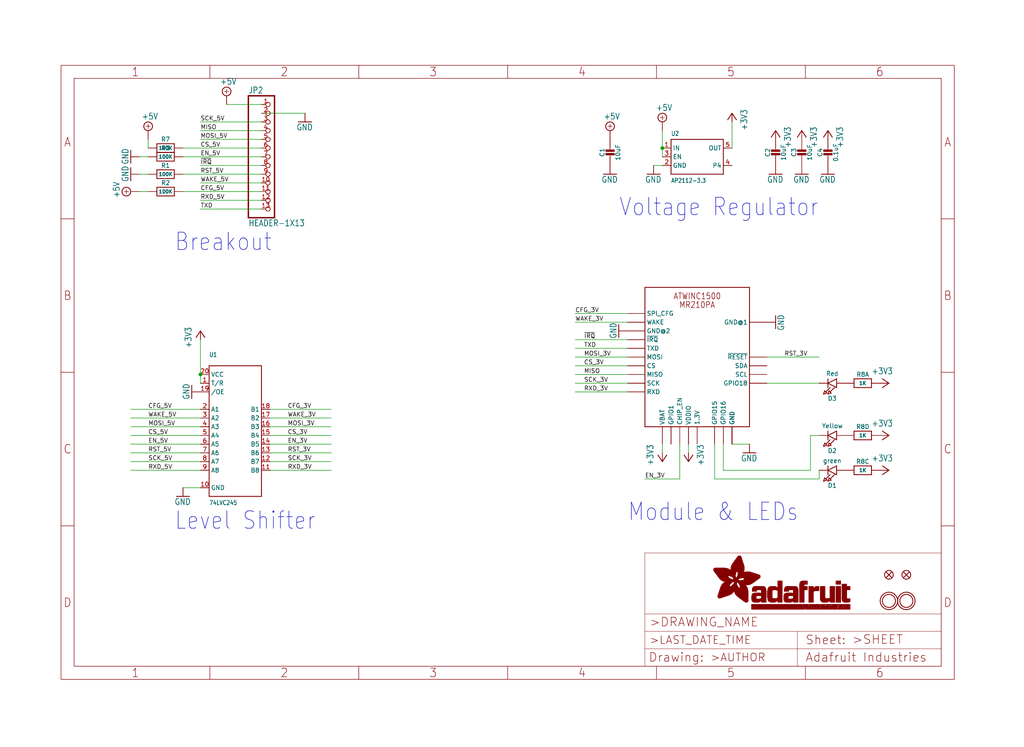
<source format=kicad_sch>
(kicad_sch (version 20211123) (generator eeschema)
  (paper "User" 298.45 217.881)
  (lib_symbols
    (symbol "schematicEagle-eagle-import:+3V3" (power)
      (property "Value" "+3V3" (at -2.54 -5.08 90))
      (symbol "+3V3_1_0"
        (pin power_in line (at 0 -2.54 90) (length 2.54) (name "+3V3") (number "1"))
      )
    )
    (symbol "schematicEagle-eagle-import:+5V" (power)
      (property "Value" "+5V" (at -1.905 3.175 0))
      (symbol "+5V_1_0"
        (pin power_in line (at 0 -2.54 90) (length 2.54) (name "+5V") (number "1"))
      )
    )
    (symbol "schematicEagle-eagle-import:74LCX245"
      (property "Reference" "U" (at -7.62 22.86 0))
      (property "Value" "74LCX245" (at -7.62 -20.32 0))
      (symbol "74LCX245_1_0"
        (pin bidirectional line (at -10.16 15.24 0) (length 2.54) (name "T/R") (number "1"))
        (pin bidirectional line (at -10.16 -15.24 0) (length 2.54) (name "GND") (number "10"))
        (pin bidirectional line (at 10.16 -10.16 180) (length 2.54) (name "B8") (number "11"))
        (pin bidirectional line (at 10.16 -7.62 180) (length 2.54) (name "B7") (number "12"))
        (pin bidirectional line (at 10.16 -5.08 180) (length 2.54) (name "B6") (number "13"))
        (pin bidirectional line (at 10.16 -2.54 180) (length 2.54) (name "B5") (number "14"))
        (pin bidirectional line (at 10.16 0 180) (length 2.54) (name "B4") (number "15"))
        (pin bidirectional line (at 10.16 2.54 180) (length 2.54) (name "B3") (number "16"))
        (pin bidirectional line (at 10.16 5.08 180) (length 2.54) (name "B2") (number "17"))
        (pin bidirectional line (at 10.16 7.62 180) (length 2.54) (name "B1") (number "18"))
        (pin bidirectional line (at -10.16 12.7 0) (length 2.54) (name "/OE") (number "19"))
        (pin bidirectional line (at -10.16 7.62 0) (length 2.54) (name "A1") (number "2"))
        (pin bidirectional line (at -10.16 17.78 0) (length 2.54) (name "VCC") (number "20"))
        (pin bidirectional line (at -10.16 5.08 0) (length 2.54) (name "A2") (number "3"))
        (pin bidirectional line (at -10.16 2.54 0) (length 2.54) (name "A3") (number "4"))
        (pin bidirectional line (at -10.16 0 0) (length 2.54) (name "A4") (number "5"))
        (pin bidirectional line (at -10.16 -2.54 0) (length 2.54) (name "A5") (number "6"))
        (pin bidirectional line (at -10.16 -5.08 0) (length 2.54) (name "A6") (number "7"))
        (pin bidirectional line (at -10.16 -7.62 0) (length 2.54) (name "A7") (number "8"))
        (pin bidirectional line (at -10.16 -10.16 0) (length 2.54) (name "A8") (number "9"))
      )
    )
    (symbol "schematicEagle-eagle-import:ATWINC1500_MR210PA"
      (symbol "ATWINC1500_MR210PA_1_0"
        (text "ATWINC1500" (at 0 17.78 0) (effects (font (size 1.778 1.5113))))
        (text "MR210PA" (at 0 15.24 0) (effects (font (size 1.778 1.5113))))
        (pin bidirectional line (at 20.32 -7.62 180) (length 5.08) (name "GPIO18") (number "J1"))
        (pin input line (at -20.32 12.7 0) (length 5.08) (name "SPI_CFG") (number "J10"))
        (pin input line (at -20.32 10.16 0) (length 5.08) (name "WAKE") (number "J11"))
        (pin power_in line (at -20.32 7.62 0) (length 5.08) (name "GND@2") (number "J12"))
        (pin output line (at -20.32 5.08 0) (length 5.08) (name "~{IRQ}") (number "J13"))
        (pin output line (at -20.32 2.54 0) (length 5.08) (name "TXD") (number "J14"))
        (pin input line (at -20.32 0 0) (length 5.08) (name "MOSI") (number "J15"))
        (pin input line (at -20.32 -2.54 0) (length 5.08) (name "CS") (number "J16"))
        (pin output line (at -20.32 -5.08 0) (length 5.08) (name "MISO") (number "J17"))
        (pin input line (at -20.32 -7.62 0) (length 5.08) (name "SCK") (number "J18"))
        (pin input line (at -20.32 -10.16 0) (length 5.08) (name "RXD") (number "J19"))
        (pin bidirectional line (at 20.32 -5.08 180) (length 5.08) (name "SCL") (number "J2"))
        (pin power_in line (at -10.16 -25.4 90) (length 5.08) (name "VBAT") (number "J20"))
        (pin bidirectional line (at -7.62 -25.4 90) (length 5.08) (name "GPIO1") (number "J21"))
        (pin input line (at -5.08 -25.4 90) (length 5.08) (name "CHIP_EN") (number "J22"))
        (pin power_in line (at -2.54 -25.4 90) (length 5.08) (name "VDDIO") (number "J23"))
        (pin passive line (at 0 -25.4 90) (length 5.08) (name "1.3V") (number "J24"))
        (pin bidirectional line (at 5.08 -25.4 90) (length 5.08) (name "GPIO15") (number "J26"))
        (pin bidirectional line (at 7.62 -25.4 90) (length 5.08) (name "GPIO16") (number "J27"))
        (pin power_in line (at 10.16 -25.4 90) (length 5.08) (name "GND") (number "J28"))
        (pin bidirectional line (at 20.32 -2.54 180) (length 5.08) (name "SDA") (number "J3"))
        (pin input line (at 20.32 0 180) (length 5.08) (name "~{RESET}") (number "J4"))
        (pin bidirectional line (at 20.32 10.16 180) (length 5.08) (name "GND@1") (number "J9"))
        (pin power_in line (at 10.16 -25.4 90) (length 5.08) (name "GND") (number "MTGND"))
      )
    )
    (symbol "schematicEagle-eagle-import:CAP_CERAMIC0805-NOOUTLINE"
      (property "Reference" "C" (at -2.29 1.25 90))
      (property "Value" "CAP_CERAMIC0805-NOOUTLINE" (at 2.3 1.25 90))
      (symbol "CAP_CERAMIC0805-NOOUTLINE_1_0"
        (pin passive line (at 0 5.08 270) (length 2.54) (name "1") (number "1"))
        (pin passive line (at 0 -2.54 90) (length 2.54) (name "2") (number "2"))
      )
    )
    (symbol "schematicEagle-eagle-import:CAP_CERAMIC0805_10MGAP"
      (property "Reference" "C" (at -2.29 1.25 90))
      (property "Value" "CAP_CERAMIC0805_10MGAP" (at 2.3 1.25 90))
      (symbol "CAP_CERAMIC0805_10MGAP_1_0"
        (pin passive line (at 0 5.08 270) (length 2.54) (name "1") (number "1"))
        (pin passive line (at 0 -2.54 90) (length 2.54) (name "2") (number "2"))
      )
    )
    (symbol "schematicEagle-eagle-import:FIDUCIAL{dblquote}{dblquote}")
    (symbol "schematicEagle-eagle-import:FRAME_A4_ADAFRUIT"
      (symbol "FRAME_A4_ADAFRUIT_0_0"
        (text "1" (at 21.6958 1.905 0) (effects (font (size 2.54 2.286))))
        (text "1" (at 21.6958 177.165 0) (effects (font (size 2.54 2.286))))
        (text "2" (at 65.0875 1.905 0) (effects (font (size 2.54 2.286))))
        (text "2" (at 65.0875 177.165 0) (effects (font (size 2.54 2.286))))
        (text "3" (at 108.4792 1.905 0) (effects (font (size 2.54 2.286))))
        (text "3" (at 108.4792 177.165 0) (effects (font (size 2.54 2.286))))
        (text "4" (at 151.8708 1.905 0) (effects (font (size 2.54 2.286))))
        (text "4" (at 151.8708 177.165 0) (effects (font (size 2.54 2.286))))
        (text "5" (at 195.2625 1.905 0) (effects (font (size 2.54 2.286))))
        (text "5" (at 195.2625 177.165 0) (effects (font (size 2.54 2.286))))
        (text "6" (at 238.6542 1.905 0) (effects (font (size 2.54 2.286))))
        (text "6" (at 238.6542 177.165 0) (effects (font (size 2.54 2.286))))
        (text "A" (at 1.905 156.6863 0) (effects (font (size 2.54 2.286))))
        (text "A" (at 258.445 156.6863 0) (effects (font (size 2.54 2.286))))
        (text "B" (at 1.905 111.9188 0) (effects (font (size 2.54 2.286))))
        (text "B" (at 258.445 111.9188 0) (effects (font (size 2.54 2.286))))
        (text "C" (at 1.905 67.1513 0) (effects (font (size 2.54 2.286))))
        (text "C" (at 258.445 67.1513 0) (effects (font (size 2.54 2.286))))
        (text "D" (at 1.905 22.3838 0) (effects (font (size 2.54 2.286))))
        (text "D" (at 258.445 22.3838 0) (effects (font (size 2.54 2.286))))
      )
      (symbol "FRAME_A4_ADAFRUIT_1_0"
        (text ">AUTHOR" (at 189.23 5.08 0) (effects (font (size 2.286 2.286)) (justify left bottom)))
        (text ">DRAWING_NAME" (at 171.45 15.24 0) (effects (font (size 2.54 2.54)) (justify left bottom)))
        (text ">LAST_DATE_TIME" (at 171.45 10.16 0) (effects (font (size 2.286 2.286)) (justify left bottom)))
        (text ">SHEET" (at 230.505 10.16 0) (effects (font (size 2.54 2.54)) (justify left bottom)))
        (text "Adafruit Industries" (at 216.916 4.953 0) (effects (font (size 2.54 2.54)) (justify left bottom)))
        (text "Drawing:" (at 171.196 4.953 0) (effects (font (size 2.54 2.54)) (justify left bottom)))
        (text "Sheet:" (at 216.916 10.033 0) (effects (font (size 2.54 2.54)) (justify left bottom)))
      )
    )
    (symbol "schematicEagle-eagle-import:GND" (power)
      (property "Value" "GND" (at -2.54 -2.54 0))
      (symbol "GND_1_0"
        (pin power_in line (at 0 2.54 270) (length 2.54) (name "GND") (number "1"))
      )
    )
    (symbol "schematicEagle-eagle-import:HEADER-1X13"
      (property "Reference" "JP" (at -6.35 18.415 0))
      (property "Value" "HEADER-1X13" (at -6.35 -20.32 0))
      (symbol "HEADER-1X13_1_0"
        (pin passive inverted (at -2.54 15.24 0) (length 2.54) (name "1") (number "1"))
        (pin passive inverted (at -2.54 -7.62 0) (length 2.54) (name "10") (number "10"))
        (pin passive inverted (at -2.54 -10.16 0) (length 2.54) (name "11") (number "11"))
        (pin passive inverted (at -2.54 -12.7 0) (length 2.54) (name "12") (number "12"))
        (pin passive inverted (at -2.54 -15.24 0) (length 2.54) (name "13") (number "13"))
        (pin passive inverted (at -2.54 12.7 0) (length 2.54) (name "2") (number "2"))
        (pin passive inverted (at -2.54 10.16 0) (length 2.54) (name "3") (number "3"))
        (pin passive inverted (at -2.54 7.62 0) (length 2.54) (name "4") (number "4"))
        (pin passive inverted (at -2.54 5.08 0) (length 2.54) (name "5") (number "5"))
        (pin passive inverted (at -2.54 2.54 0) (length 2.54) (name "6") (number "6"))
        (pin passive inverted (at -2.54 0 0) (length 2.54) (name "7") (number "7"))
        (pin passive inverted (at -2.54 -2.54 0) (length 2.54) (name "8") (number "8"))
        (pin passive inverted (at -2.54 -5.08 0) (length 2.54) (name "9") (number "9"))
      )
    )
    (symbol "schematicEagle-eagle-import:LED0805_NOOUTLINE"
      (property "Reference" "D" (at -1.27 4.445 0))
      (property "Value" "LED0805_NOOUTLINE" (at -1.27 -2.794 0))
      (symbol "LED0805_NOOUTLINE_1_0"
        (pin passive line (at -5.08 0 0) (length 2.54) (name "A") (number "A"))
        (pin passive line (at 2.54 0 180) (length 2.54) (name "C") (number "C"))
      )
    )
    (symbol "schematicEagle-eagle-import:MOUNTINGHOLE2.5")
    (symbol "schematicEagle-eagle-import:RESISTOR0805_NOOUTLINE"
      (property "Reference" "R" (at 0 2.54 0))
      (property "Value" "RESISTOR0805_NOOUTLINE" (at 0 0 0))
      (symbol "RESISTOR0805_NOOUTLINE_1_0"
        (pin passive line (at -5.08 0 0) (length 2.54) (name "1") (number "1"))
        (pin passive line (at 5.08 0 180) (length 2.54) (name "2") (number "2"))
      )
    )
    (symbol "schematicEagle-eagle-import:RESISTOR_0805MP"
      (property "Reference" "R" (at 0 2.54 0))
      (property "Value" "RESISTOR_0805MP" (at 0 0 0))
      (symbol "RESISTOR_0805MP_1_0"
        (pin passive line (at -5.08 0 0) (length 2.54) (name "1") (number "1"))
        (pin passive line (at 5.08 0 180) (length 2.54) (name "2") (number "2"))
      )
    )
    (symbol "schematicEagle-eagle-import:RESISTOR_4PACK"
      (property "Reference" "R" (at 0 2.54 0))
      (property "Value" "RESISTOR_4PACK" (at 0 0 0))
      (symbol "RESISTOR_4PACK_1_0"
        (pin passive line (at -5.08 0 0) (length 2.54) (name "1") (number "1"))
        (pin passive line (at 5.08 0 180) (length 2.54) (name "2") (number "8"))
      )
      (symbol "RESISTOR_4PACK_2_0"
        (pin passive line (at -5.08 0 0) (length 2.54) (name "1") (number "2"))
        (pin passive line (at 5.08 0 180) (length 2.54) (name "2") (number "7"))
      )
      (symbol "RESISTOR_4PACK_3_0"
        (pin passive line (at -5.08 0 0) (length 2.54) (name "1") (number "3"))
        (pin passive line (at 5.08 0 180) (length 2.54) (name "2") (number "6"))
      )
      (symbol "RESISTOR_4PACK_4_0"
        (pin passive line (at -5.08 0 0) (length 2.54) (name "1") (number "4"))
        (pin passive line (at 5.08 0 180) (length 2.54) (name "2") (number "5"))
      )
    )
    (symbol "schematicEagle-eagle-import:VREG_SOT23-5"
      (property "Reference" "U" (at -7.62 6.096 0))
      (property "Value" "VREG_SOT23-5" (at -7.62 -7.62 0))
      (symbol "VREG_SOT23-5_1_0"
        (pin power_in line (at -10.16 2.54 0) (length 2.54) (name "IN") (number "1"))
        (pin power_in line (at -10.16 -2.54 0) (length 2.54) (name "GND") (number "2"))
        (pin input line (at -10.16 0 0) (length 2.54) (name "EN") (number "3"))
        (pin bidirectional line (at 10.16 -2.54 180) (length 2.54) (name "P4") (number "4"))
        (pin power_in line (at 10.16 2.54 180) (length 2.54) (name "OUT") (number "5"))
      )
    )
  )
  (junction (at 193.04 43.18))
  (junction (at 58.42 109.22))
  (wire (pts (xy 76.2 45.72) (xy 53.34 45.72)))
  (wire (pts (xy 78.74 134.62) (xy 96.52 134.62)))
  (wire (pts (xy 40.64 45.72) (xy 43.18 45.72)))
  (wire (pts (xy 96.52 129.54) (xy 78.74 129.54)))
  (wire (pts (xy 78.74 124.46) (xy 96.52 124.46)))
  (wire (pts (xy 58.42 111.76) (xy 58.42 109.22)))
  (wire (pts (xy 208.28 129.54) (xy 208.28 139.7)))
  (wire (pts (xy 96.52 121.92) (xy 78.74 121.92)))
  (wire (pts (xy 182.88 91.44) (xy 167.64 91.44)))
  (wire (pts (xy 167.64 99.06) (xy 182.88 99.06)))
  (wire (pts (xy 38.1 132.08) (xy 58.42 132.08)))
  (wire (pts (xy 167.64 111.76) (xy 182.88 111.76)))
  (wire (pts (xy 167.64 104.14) (xy 182.88 104.14)))
  (wire (pts (xy 58.42 124.46) (xy 38.1 124.46)))
  (wire (pts (xy 200.66 129.54) (xy 200.66 132.08)))
  (wire (pts (xy 208.28 139.7) (xy 238.76 139.7)))
  (wire (pts (xy 58.42 119.38) (xy 38.1 119.38)))
  (wire (pts (xy 78.74 119.38) (xy 96.52 119.38)))
  (wire (pts (xy 193.04 38.1) (xy 193.04 43.18)))
  (wire (pts (xy 78.74 137.16) (xy 96.52 137.16)))
  (wire (pts (xy 213.36 129.54) (xy 218.44 129.54)))
  (wire (pts (xy 210.82 129.54) (xy 210.82 137.16)))
  (wire (pts (xy 53.34 43.18) (xy 76.2 43.18)))
  (wire (pts (xy 182.88 106.68) (xy 167.64 106.68)))
  (wire (pts (xy 88.9 33.02) (xy 76.2 33.02)))
  (wire (pts (xy 96.52 127) (xy 78.74 127)))
  (wire (pts (xy 76.2 50.8) (xy 53.34 50.8)))
  (wire (pts (xy 76.2 35.56) (xy 58.42 35.56)))
  (wire (pts (xy 38.1 121.92) (xy 58.42 121.92)))
  (wire (pts (xy 210.82 137.16) (xy 236.22 137.16)))
  (wire (pts (xy 96.52 132.08) (xy 78.74 132.08)))
  (wire (pts (xy 213.36 43.18) (xy 213.36 35.56)))
  (wire (pts (xy 38.1 127) (xy 58.42 127)))
  (wire (pts (xy 198.12 129.54) (xy 198.12 139.7)))
  (wire (pts (xy 58.42 129.54) (xy 38.1 129.54)))
  (wire (pts (xy 167.64 93.98) (xy 182.88 93.98)))
  (wire (pts (xy 58.42 48.26) (xy 76.2 48.26)))
  (wire (pts (xy 236.22 127) (xy 238.76 127)))
  (wire (pts (xy 43.18 55.88) (xy 40.64 55.88)))
  (wire (pts (xy 193.04 43.18) (xy 193.04 45.72)))
  (wire (pts (xy 53.34 142.24) (xy 58.42 142.24)))
  (wire (pts (xy 43.18 40.64) (xy 43.18 43.18)))
  (wire (pts (xy 238.76 104.14) (xy 223.52 104.14)))
  (wire (pts (xy 38.1 137.16) (xy 58.42 137.16)))
  (wire (pts (xy 182.88 114.3) (xy 167.64 114.3)))
  (wire (pts (xy 236.22 137.16) (xy 236.22 127)))
  (wire (pts (xy 182.88 101.6) (xy 167.64 101.6)))
  (wire (pts (xy 43.18 50.8) (xy 40.64 50.8)))
  (wire (pts (xy 193.04 132.08) (xy 193.04 129.54)))
  (wire (pts (xy 223.52 111.76) (xy 238.76 111.76)))
  (wire (pts (xy 182.88 109.22) (xy 167.64 109.22)))
  (wire (pts (xy 190.5 48.26) (xy 193.04 48.26)))
  (wire (pts (xy 66.04 30.48) (xy 76.2 30.48)))
  (wire (pts (xy 76.2 40.64) (xy 58.42 40.64)))
  (wire (pts (xy 58.42 134.62) (xy 38.1 134.62)))
  (wire (pts (xy 76.2 60.96) (xy 58.42 60.96)))
  (wire (pts (xy 58.42 38.1) (xy 76.2 38.1)))
  (wire (pts (xy 58.42 53.34) (xy 76.2 53.34)))
  (wire (pts (xy 198.12 139.7) (xy 187.96 139.7)))
  (wire (pts (xy 76.2 55.88) (xy 53.34 55.88)))
  (wire (pts (xy 58.42 58.42) (xy 76.2 58.42)))
  (wire (pts (xy 238.76 139.7) (xy 238.76 137.16)))
  (wire (pts (xy 58.42 99.06) (xy 58.42 109.22)))
  (text "Level Shifter" (at 50.8 154.94 180) (effects (font (size 5.08 4.318)) (justify left bottom)))
  (text "Module & LEDs" (at 182.88 152.4 180) (effects (font (size 5.08 4.318)) (justify left bottom)))
  (text "Voltage Regulator" (at 180.34 63.5 180) (effects (font (size 5.08 4.318)) (justify left bottom)))
  (text "Breakout" (at 50.8 73.66 180) (effects (font (size 5.08 4.318)) (justify left bottom)))
  (label "SCK_3V" (at 83.82 134.62 0) (effects (font (size 1.2446 1.2446))))
  (label "MOSI_5V" (at 43.18 124.46 0) (effects (font (size 1.2446 1.2446))))
  (label "WAKE_5V" (at 58.42 53.34 0) (effects (font (size 1.2446 1.2446))))
  (label "CS_5V" (at 43.18 127 0) (effects (font (size 1.2446 1.2446))))
  (label "CFG_5V" (at 58.42 55.88 0) (effects (font (size 1.2446 1.2446))))
  (label "SCK_5V" (at 58.42 35.56 0) (effects (font (size 1.2446 1.2446))))
  (label "EN_3V" (at 187.96 139.7 0) (effects (font (size 1.2446 1.2446))))
  (label "CFG_3V" (at 83.82 119.38 0) (effects (font (size 1.2446 1.2446))))
  (label "WAKE_3V" (at 167.64 93.98 0) (effects (font (size 1.2446 1.2446))))
  (label "TXD" (at 170.18 101.6 0) (effects (font (size 1.2446 1.2446))))
  (label "RST_5V" (at 58.42 50.8 0) (effects (font (size 1.2446 1.2446))))
  (label "~{IRQ}" (at 170.18 99.06 0) (effects (font (size 1.2446 1.2446))))
  (label "MISO" (at 170.18 109.22 0) (effects (font (size 1.2446 1.2446))))
  (label "MISO" (at 58.42 38.1 0) (effects (font (size 1.2446 1.2446))))
  (label "MOSI_3V" (at 170.18 104.14 0) (effects (font (size 1.2446 1.2446))))
  (label "SCK_3V" (at 170.18 111.76 0) (effects (font (size 1.2446 1.2446))))
  (label "WAKE_3V" (at 83.82 121.92 0) (effects (font (size 1.2446 1.2446))))
  (label "WAKE_5V" (at 43.18 121.92 0) (effects (font (size 1.2446 1.2446))))
  (label "RXD_5V" (at 58.42 58.42 0) (effects (font (size 1.2446 1.2446))))
  (label "TXD" (at 58.42 60.96 0) (effects (font (size 1.2446 1.2446))))
  (label "EN_5V" (at 43.18 129.54 0) (effects (font (size 1.2446 1.2446))))
  (label "RST_5V" (at 43.18 132.08 0) (effects (font (size 1.2446 1.2446))))
  (label "~{IRQ}" (at 58.42 48.26 0) (effects (font (size 1.2446 1.2446))))
  (label "CFG_3V" (at 167.64 91.44 0) (effects (font (size 1.2446 1.2446))))
  (label "RXD_3V" (at 83.82 137.16 0) (effects (font (size 1.2446 1.2446))))
  (label "RXD_3V" (at 170.18 114.3 0) (effects (font (size 1.2446 1.2446))))
  (label "CS_3V" (at 170.18 106.68 0) (effects (font (size 1.2446 1.2446))))
  (label "MOSI_5V" (at 58.42 40.64 0) (effects (font (size 1.2446 1.2446))))
  (label "MOSI_3V" (at 83.82 124.46 0) (effects (font (size 1.2446 1.2446))))
  (label "EN_3V" (at 83.82 129.54 0) (effects (font (size 1.2446 1.2446))))
  (label "RXD_5V" (at 43.18 137.16 0) (effects (font (size 1.2446 1.2446))))
  (label "RST_3V" (at 228.6 104.14 0) (effects (font (size 1.2446 1.2446))))
  (label "RST_3V" (at 83.82 132.08 0) (effects (font (size 1.2446 1.2446))))
  (label "CFG_5V" (at 43.18 119.38 0) (effects (font (size 1.2446 1.2446))))
  (label "SCK_5V" (at 43.18 134.62 0) (effects (font (size 1.2446 1.2446))))
  (label "CS_5V" (at 58.42 43.18 0) (effects (font (size 1.2446 1.2446))))
  (label "EN_5V" (at 58.42 45.72 0) (effects (font (size 1.2446 1.2446))))
  (label "CS_3V" (at 83.82 127 0) (effects (font (size 1.2446 1.2446))))
  (symbol (lib_id "schematicEagle-eagle-import:GND") (at 226.06 50.8 0) (unit 1)
    (property "Reference" "#GND7" (effects hide))
    (property "Value" "GND" (at 223.52 53.34 0) (effects (font (size 1.778 1.5113)) (justify left bottom)))
    (property "Footprint" "schematicEagle:" (effects hide))
  )
  (symbol (lib_id "schematicEagle-eagle-import:+3V3") (at 193.04 134.62 0) (mirror x) (unit 1)
    (property "Reference" "#+3V1" (effects hide))
    (property "Value" "+3V3" (at 190.5 129.54 90) (effects (font (size 1.778 1.5113)) (justify left bottom)))
    (property "Footprint" "schematicEagle:" (effects hide))
  )
  (symbol (lib_id "schematicEagle-eagle-import:MOUNTINGHOLE2.5") (at 264.16 175.26 0) (unit 1)
    (property "Reference" "U$3" (effects hide))
    (property "Value" "MOUNTINGHOLE2.5" (effects hide))
    (property "Footprint" "schematicEagle:MOUNTINGHOLE_2.5_PLATED" (effects hide))
  )
  (symbol (lib_id "schematicEagle-eagle-import:+3V3") (at 259.08 111.76 270) (unit 1)
    (property "Reference" "#+3V8" (effects hide))
    (property "Value" "+3V3" (at 254 109.22 90) (effects (font (size 1.778 1.5113)) (justify left bottom)))
    (property "Footprint" "schematicEagle:" (effects hide))
  )
  (symbol (lib_id "schematicEagle-eagle-import:+3V3") (at 241.3 38.1 0) (mirror y) (unit 1)
    (property "Reference" "#+3V7" (effects hide))
    (property "Value" "+3V3" (at 243.84 43.18 90) (effects (font (size 1.778 1.5113)) (justify left bottom)))
    (property "Footprint" "schematicEagle:" (effects hide))
  )
  (symbol (lib_id "schematicEagle-eagle-import:FIDUCIAL{dblquote}{dblquote}") (at 264.16 167.64 0) (unit 1)
    (property "Reference" "FID2" (effects hide))
    (property "Value" "FIDUCIAL{dblquote}{dblquote}" (effects hide))
    (property "Footprint" "schematicEagle:FIDUCIAL_1MM" (effects hide))
  )
  (symbol (lib_id "schematicEagle-eagle-import:+3V3") (at 226.06 38.1 0) (mirror y) (unit 1)
    (property "Reference" "#+3V5" (effects hide))
    (property "Value" "+3V3" (at 228.6 43.18 90) (effects (font (size 1.778 1.5113)) (justify left bottom)))
    (property "Footprint" "schematicEagle:" (effects hide))
  )
  (symbol (lib_id "schematicEagle-eagle-import:GND") (at 180.34 96.52 270) (unit 1)
    (property "Reference" "#GND2" (effects hide))
    (property "Value" "GND" (at 177.8 93.98 0) (effects (font (size 1.778 1.5113)) (justify left bottom)))
    (property "Footprint" "schematicEagle:" (effects hide))
  )
  (symbol (lib_id "schematicEagle-eagle-import:+5V") (at 38.1 55.88 90) (unit 1)
    (property "Reference" "#SUPPLY4" (effects hide))
    (property "Value" "+5V" (at 34.925 57.785 0) (effects (font (size 1.778 1.5113)) (justify left bottom)))
    (property "Footprint" "schematicEagle:" (effects hide))
  )
  (symbol (lib_id "schematicEagle-eagle-import:+5V") (at 193.04 35.56 0) (unit 1)
    (property "Reference" "#SUPPLY1" (effects hide))
    (property "Value" "+5V" (at 191.135 32.385 0) (effects (font (size 1.778 1.5113)) (justify left bottom)))
    (property "Footprint" "schematicEagle:" (effects hide))
  )
  (symbol (lib_id "schematicEagle-eagle-import:GND") (at 241.3 50.8 0) (unit 1)
    (property "Reference" "#GND9" (effects hide))
    (property "Value" "GND" (at 238.76 53.34 0) (effects (font (size 1.778 1.5113)) (justify left bottom)))
    (property "Footprint" "schematicEagle:" (effects hide))
  )
  (symbol (lib_id "schematicEagle-eagle-import:+5V") (at 177.8 38.1 0) (unit 1)
    (property "Reference" "#SUPPLY2" (effects hide))
    (property "Value" "+5V" (at 175.895 34.925 0) (effects (font (size 1.778 1.5113)) (justify left bottom)))
    (property "Footprint" "schematicEagle:" (effects hide))
  )
  (symbol (lib_id "schematicEagle-eagle-import:74LCX245") (at 68.58 127 0) (unit 1)
    (property "Reference" "U1" (at 60.96 104.14 0) (effects (font (size 1.27 1.0795)) (justify left bottom)))
    (property "Value" "74LVC245" (at 60.96 147.32 0) (effects (font (size 1.27 1.0795)) (justify left bottom)))
    (property "Footprint" "schematicEagle:TSSOP20" (effects hide))
  )
  (symbol (lib_id "schematicEagle-eagle-import:HEADER-1X13") (at 78.74 45.72 0) (unit 1)
    (property "Reference" "JP2" (at 72.39 27.305 0) (effects (font (size 1.778 1.5113)) (justify left bottom)))
    (property "Value" "HEADER-1X13" (at 72.39 66.04 0) (effects (font (size 1.778 1.5113)) (justify left bottom)))
    (property "Footprint" "schematicEagle:1X13_ROUND_70" (effects hide))
  )
  (symbol (lib_id "schematicEagle-eagle-import:GND") (at 38.1 50.8 270) (unit 1)
    (property "Reference" "#GND11" (effects hide))
    (property "Value" "GND" (at 35.56 48.26 0) (effects (font (size 1.778 1.5113)) (justify left bottom)))
    (property "Footprint" "schematicEagle:" (effects hide))
  )
  (symbol (lib_id "schematicEagle-eagle-import:ATWINC1500_MR210PA") (at 203.2 104.14 0) (unit 1)
    (property "Reference" "U$1" (effects hide))
    (property "Value" "ATWINC1500_MR210PB" (effects hide))
    (property "Footprint" "schematicEagle:ATWINC1500_MR210PA" (effects hide))
  )
  (symbol (lib_id "schematicEagle-eagle-import:MOUNTINGHOLE2.5") (at 259.08 175.26 0) (unit 1)
    (property "Reference" "U$2" (effects hide))
    (property "Value" "MOUNTINGHOLE2.5" (effects hide))
    (property "Footprint" "schematicEagle:MOUNTINGHOLE_2.5_PLATED" (effects hide))
  )
  (symbol (lib_id "schematicEagle-eagle-import:LED0805_NOOUTLINE") (at 241.3 111.76 180) (unit 1)
    (property "Reference" "D3" (at 242.57 116.205 0))
    (property "Value" "Red" (at 242.57 108.966 0))
    (property "Footprint" "schematicEagle:CHIPLED_0805_NOOUTLINE" (effects hide))
  )
  (symbol (lib_id "schematicEagle-eagle-import:GND") (at 233.68 50.8 0) (unit 1)
    (property "Reference" "#GND8" (effects hide))
    (property "Value" "GND" (at 231.14 53.34 0) (effects (font (size 1.778 1.5113)) (justify left bottom)))
    (property "Footprint" "schematicEagle:" (effects hide))
  )
  (symbol (lib_id "schematicEagle-eagle-import:LED0805_NOOUTLINE") (at 241.3 137.16 180) (unit 1)
    (property "Reference" "D1" (at 242.57 141.605 0))
    (property "Value" "green" (at 242.57 134.366 0))
    (property "Footprint" "schematicEagle:CHIPLED_0805_NOOUTLINE" (effects hide))
  )
  (symbol (lib_id "schematicEagle-eagle-import:RESISTOR_4PACK") (at 251.46 111.76 0) (unit 1)
    (property "Reference" "R8" (at 251.46 109.22 0))
    (property "Value" "1K" (at 251.46 111.76 0) (effects (font (size 1.016 1.016) bold)))
    (property "Footprint" "schematicEagle:RESPACK_4X0603" (effects hide))
  )
  (symbol (lib_id "schematicEagle-eagle-import:LED0805_NOOUTLINE") (at 241.3 127 180) (unit 1)
    (property "Reference" "D2" (at 242.57 131.445 0))
    (property "Value" "Yellow" (at 242.57 124.206 0))
    (property "Footprint" "schematicEagle:CHIPLED_0805_NOOUTLINE" (effects hide))
  )
  (symbol (lib_id "schematicEagle-eagle-import:GND") (at 177.8 50.8 0) (unit 1)
    (property "Reference" "#GND6" (effects hide))
    (property "Value" "GND" (at 175.26 53.34 0) (effects (font (size 1.778 1.5113)) (justify left bottom)))
    (property "Footprint" "schematicEagle:" (effects hide))
  )
  (symbol (lib_id "schematicEagle-eagle-import:FIDUCIAL{dblquote}{dblquote}") (at 259.08 167.64 0) (unit 1)
    (property "Reference" "FID1" (effects hide))
    (property "Value" "FIDUCIAL{dblquote}{dblquote}" (effects hide))
    (property "Footprint" "schematicEagle:FIDUCIAL_1MM" (effects hide))
  )
  (symbol (lib_id "schematicEagle-eagle-import:+3V3") (at 213.36 33.02 0) (mirror y) (unit 1)
    (property "Reference" "#+3V3" (effects hide))
    (property "Value" "+3V3" (at 215.9 38.1 90) (effects (font (size 1.778 1.5113)) (justify left bottom)))
    (property "Footprint" "schematicEagle:" (effects hide))
  )
  (symbol (lib_id "schematicEagle-eagle-import:RESISTOR0805_NOOUTLINE") (at 48.26 50.8 0) (unit 1)
    (property "Reference" "R1" (at 48.26 48.26 0))
    (property "Value" "100K" (at 48.26 50.8 0) (effects (font (size 1.016 1.016) bold)))
    (property "Footprint" "schematicEagle:0805-NO" (effects hide))
  )
  (symbol (lib_id "schematicEagle-eagle-import:FRAME_A4_ADAFRUIT") (at 17.78 198.12 0) (unit 1)
    (property "Reference" "#U$7" (effects hide))
    (property "Value" "FRAME_A4_ADAFRUIT" (effects hide))
    (property "Footprint" "schematicEagle:" (effects hide))
  )
  (symbol (lib_id "schematicEagle-eagle-import:+5V") (at 43.18 38.1 0) (unit 1)
    (property "Reference" "#SUPPLY5" (effects hide))
    (property "Value" "+5V" (at 41.275 34.925 0) (effects (font (size 1.778 1.5113)) (justify left bottom)))
    (property "Footprint" "schematicEagle:" (effects hide))
  )
  (symbol (lib_id "schematicEagle-eagle-import:RESISTOR0805_NOOUTLINE") (at 48.26 55.88 0) (unit 1)
    (property "Reference" "R2" (at 48.26 53.34 0))
    (property "Value" "100K" (at 48.26 55.88 0) (effects (font (size 1.016 1.016) bold)))
    (property "Footprint" "schematicEagle:0805-NO" (effects hide))
  )
  (symbol (lib_id "schematicEagle-eagle-import:GND") (at 226.06 93.98 90) (unit 1)
    (property "Reference" "#GND13" (effects hide))
    (property "Value" "GND" (at 228.6 96.52 0) (effects (font (size 1.778 1.5113)) (justify left bottom)))
    (property "Footprint" "schematicEagle:" (effects hide))
  )
  (symbol (lib_id "schematicEagle-eagle-import:RESISTOR_4PACK") (at 251.46 137.16 0) (unit 3)
    (property "Reference" "R8" (at 251.46 134.62 0))
    (property "Value" "1K" (at 251.46 137.16 0) (effects (font (size 1.016 1.016) bold)))
    (property "Footprint" "schematicEagle:RESPACK_4X0603" (effects hide))
  )
  (symbol (lib_id "schematicEagle-eagle-import:VREG_SOT23-5") (at 203.2 45.72 0) (unit 1)
    (property "Reference" "U2" (at 195.58 39.624 0) (effects (font (size 1.27 1.0795)) (justify left bottom)))
    (property "Value" "AP2112-3.3" (at 195.58 53.34 0) (effects (font (size 1.27 1.0795)) (justify left bottom)))
    (property "Footprint" "schematicEagle:SOT23-5" (effects hide))
  )
  (symbol (lib_id "schematicEagle-eagle-import:+3V3") (at 259.08 127 270) (unit 1)
    (property "Reference" "#+3V9" (effects hide))
    (property "Value" "+3V3" (at 254 124.46 90) (effects (font (size 1.778 1.5113)) (justify left bottom)))
    (property "Footprint" "schematicEagle:" (effects hide))
  )
  (symbol (lib_id "schematicEagle-eagle-import:RESISTOR_0805MP") (at 48.26 45.72 0) (unit 1)
    (property "Reference" "R3" (at 48.26 43.18 0))
    (property "Value" "100K" (at 48.26 45.72 0) (effects (font (size 1.016 1.016) bold)))
    (property "Footprint" "schematicEagle:_0805MP" (effects hide))
  )
  (symbol (lib_id "schematicEagle-eagle-import:CAP_CERAMIC0805-NOOUTLINE") (at 241.3 45.72 0) (unit 1)
    (property "Reference" "C4" (at 239.01 44.47 90))
    (property "Value" "0.1uF" (at 243.6 44.47 90))
    (property "Footprint" "schematicEagle:0805-NO" (effects hide))
  )
  (symbol (lib_id "schematicEagle-eagle-import:CAP_CERAMIC0805_10MGAP") (at 226.06 45.72 0) (unit 1)
    (property "Reference" "C2" (at 223.77 44.47 90))
    (property "Value" "10uF" (at 228.36 44.47 90))
    (property "Footprint" "schematicEagle:0805_10MGAP" (effects hide))
  )
  (symbol (lib_id "schematicEagle-eagle-import:+3V3") (at 259.08 137.16 270) (unit 1)
    (property "Reference" "#+3V10" (effects hide))
    (property "Value" "+3V3" (at 254 134.62 90) (effects (font (size 1.778 1.5113)) (justify left bottom)))
    (property "Footprint" "schematicEagle:" (effects hide))
  )
  (symbol (lib_id "schematicEagle-eagle-import:GND") (at 53.34 144.78 0) (unit 1)
    (property "Reference" "#GND4" (effects hide))
    (property "Value" "GND" (at 50.8 147.32 0) (effects (font (size 1.778 1.5113)) (justify left bottom)))
    (property "Footprint" "schematicEagle:" (effects hide))
  )
  (symbol (lib_id "schematicEagle-eagle-import:GND") (at 55.88 114.3 270) (unit 1)
    (property "Reference" "#GND5" (effects hide))
    (property "Value" "GND" (at 53.34 111.76 0) (effects (font (size 1.778 1.5113)) (justify left bottom)))
    (property "Footprint" "schematicEagle:" (effects hide))
  )
  (symbol (lib_id "schematicEagle-eagle-import:GND") (at 190.5 50.8 0) (unit 1)
    (property "Reference" "#GND3" (effects hide))
    (property "Value" "GND" (at 187.96 53.34 0) (effects (font (size 1.778 1.5113)) (justify left bottom)))
    (property "Footprint" "schematicEagle:" (effects hide))
  )
  (symbol (lib_id "schematicEagle-eagle-import:+3V3") (at 58.42 96.52 0) (unit 1)
    (property "Reference" "#+3V4" (effects hide))
    (property "Value" "+3V3" (at 55.88 101.6 90) (effects (font (size 1.778 1.5113)) (justify left bottom)))
    (property "Footprint" "schematicEagle:" (effects hide))
  )
  (symbol (lib_id "schematicEagle-eagle-import:CAP_CERAMIC0805-NOOUTLINE") (at 177.8 45.72 0) (unit 1)
    (property "Reference" "C1" (at 175.51 44.47 90))
    (property "Value" "10uF" (at 180.1 44.47 90))
    (property "Footprint" "schematicEagle:0805-NO" (effects hide))
  )
  (symbol (lib_id "schematicEagle-eagle-import:RESISTOR_4PACK") (at 251.46 127 0) (unit 4)
    (property "Reference" "R8" (at 251.46 124.46 0))
    (property "Value" "1K" (at 251.46 127 0) (effects (font (size 1.016 1.016) bold)))
    (property "Footprint" "schematicEagle:RESPACK_4X0603" (effects hide))
  )
  (symbol (lib_id "schematicEagle-eagle-import:GND") (at 38.1 45.72 270) (unit 1)
    (property "Reference" "#GND12" (effects hide))
    (property "Value" "GND" (at 35.56 43.18 0) (effects (font (size 1.778 1.5113)) (justify left bottom)))
    (property "Footprint" "schematicEagle:" (effects hide))
  )
  (symbol (lib_id "schematicEagle-eagle-import:+5V") (at 66.04 27.94 0) (unit 1)
    (property "Reference" "#SUPPLY3" (effects hide))
    (property "Value" "+5V" (at 64.135 24.765 0) (effects (font (size 1.778 1.5113)) (justify left bottom)))
    (property "Footprint" "schematicEagle:" (effects hide))
  )
  (symbol (lib_id "schematicEagle-eagle-import:+3V3") (at 233.68 38.1 0) (mirror y) (unit 1)
    (property "Reference" "#+3V6" (effects hide))
    (property "Value" "+3V3" (at 236.22 43.18 90) (effects (font (size 1.778 1.5113)) (justify left bottom)))
    (property "Footprint" "schematicEagle:" (effects hide))
  )
  (symbol (lib_id "schematicEagle-eagle-import:GND") (at 218.44 132.08 0) (unit 1)
    (property "Reference" "#GND1" (effects hide))
    (property "Value" "GND" (at 215.9 134.62 0) (effects (font (size 1.778 1.5113)) (justify left bottom)))
    (property "Footprint" "schematicEagle:" (effects hide))
  )
  (symbol (lib_id "schematicEagle-eagle-import:GND") (at 88.9 35.56 0) (unit 1)
    (property "Reference" "#GND10" (effects hide))
    (property "Value" "GND" (at 86.36 38.1 0) (effects (font (size 1.778 1.5113)) (justify left bottom)))
    (property "Footprint" "schematicEagle:" (effects hide))
  )
  (symbol (lib_id "schematicEagle-eagle-import:+3V3") (at 200.66 134.62 180) (unit 1)
    (property "Reference" "#+3V2" (effects hide))
    (property "Value" "+3V3" (at 203.2 129.54 90) (effects (font (size 1.778 1.5113)) (justify left bottom)))
    (property "Footprint" "schematicEagle:" (effects hide))
  )
  (symbol (lib_id "schematicEagle-eagle-import:RESISTOR_0805MP") (at 48.26 43.18 0) (unit 1)
    (property "Reference" "R7" (at 48.26 40.64 0))
    (property "Value" "100K" (at 48.26 43.18 0) (effects (font (size 1.016 1.016) bold)))
    (property "Footprint" "schematicEagle:_0805MP" (effects hide))
  )
  (symbol (lib_id "schematicEagle-eagle-import:CAP_CERAMIC0805-NOOUTLINE") (at 233.68 45.72 0) (unit 1)
    (property "Reference" "C3" (at 231.39 44.47 90))
    (property "Value" "10uF" (at 235.98 44.47 90))
    (property "Footprint" "schematicEagle:0805-NO" (effects hide))
  )
)
</source>
